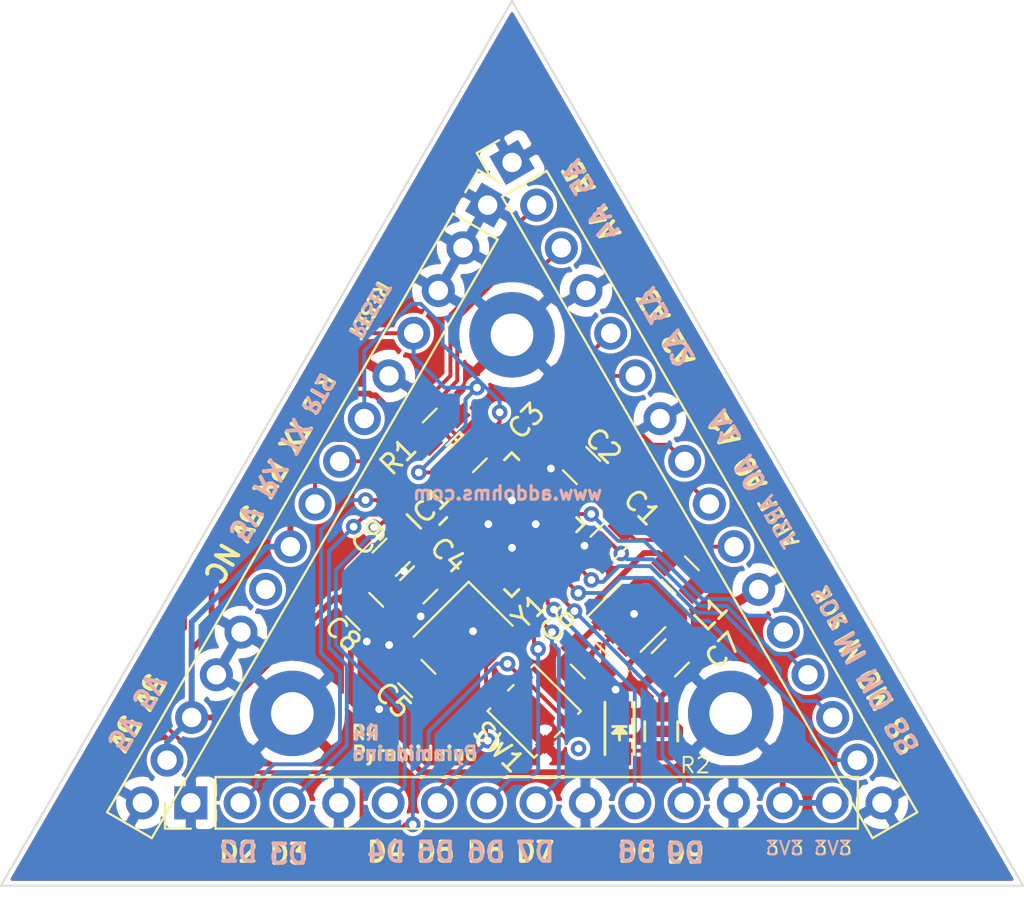
<source format=kicad_pcb>
(kicad_pcb (version 20240108) (generator "pcbnew") (generator_version "8.0")
  (layers (0 "F.Cu" signal) (31 "B.Cu" signal) (34 "B.Paste" user) (35 "F.Paste" user) (36 "B.SilkS" user "B.Silkscreen") (37 "F.SilkS" user "F.Silkscreen") (38 "B.Mask" user) (39 "F.Mask" user) (44 "Edge.Cuts" user))
  (net 0 "")
  (net 1 "Net-(C1-Pad1)")
  (net 2 "GND")
  (net 3 "/AREF")
  (net 4 "/RESET")
  (net 5 "/RTS")
  (net 6 "/X_P")
  (net 7 "/X_N")
  (net 8 "VCC")
  (net 9 "+3V3")
  (net 10 "/D3")
  (net 11 "/D4")
  (net 12 "/D5")
  (net 13 "/D6")
  (net 14 "/D7")
  (net 15 "/D8")
  (net 16 "/D9")
  (net 17 "/SS")
  (net 18 "/MOSI")
  (net 19 "/MISO")
  (net 20 "/SCK")
  (net 21 "/A0")
  (net 22 "/A1")
  (net 23 "/A2")
  (net 24 "/A3")
  (net 25 "/A4")
  (net 26 "/A5")
  (net 27 "/328-RX")
  (net 28 "/328-TX")
  (net 29 "/D2")
  (net 30 "Net-(D1-Pad2)")
  (footprint "Capacitors_SMD:C_0805" (layer "F.Cu") (at 131.318 112.268 -135)
    (property "Reference" "C1")
    (property "Value" "100nF")
  )
  (footprint "Capacitors_SMD:C_0805" (layer "F.Cu") (at 129.8956 108.3564 135)
    (property "Reference" "C2")
    (property "Value" "10nF")
  )
  (footprint "Capacitors_SMD:C_0805" (layer "F.Cu") (at 124.0536 107.7468 45)
    (property "Reference" "C3")
    (property "Value" "100nF")
  )
  (footprint "Capacitors_SMD:C_0805" (layer "F.Cu") (at 121.5136 114.5032 45)
    (property "Reference" "C4")
    (property "Value" "22pF")
  )
  (footprint "Capacitors_SMD:C_0805" (layer "F.Cu") (at 121.412 119.3292 -45)
    (property "Reference" "C5")
    (property "Value" "22pF")
  )
  (footprint "Capacitors_SMD:C_0805" (layer "F.Cu") (at 130.302 118.364 135)
    (property "Reference" "C6")
    (property "Value" "1uF")
  )
  (footprint "Capacitors_SMD:C_0805" (layer "F.Cu") (at 134.4676 118.2624 45)
    (property "Reference" "C7")
    (property "Value" "1uF")
  )
  (footprint "Capacitors_SMD:C_0805" (layer "F.Cu") (at 118.7196 115.8748 -45)
    (property "Reference" "C8")
    (property "Value" "1uF")
  )
  (footprint "Capacitors_SMD:C_0805" (layer "F.Cu") (at 120.0912 113.0808 -135)
    (property "Reference" "C9")
    (property "Value" "100nF")
  )
  (footprint "Capacitors_SMD:C_0805" (layer "F.Cu") (at 134.9756 113.9952 135)
    (property "Reference" "L1")
    (property "Value" "10uH")
  )
  (footprint "Pin_Headers:Pin_Header_Straight_1x16_Pitch2.54mm" (layer "F.Cu") (at 126.317 92.739 30)
    (property "Reference" "P1" (hide yes))
    (property "Value" "CONN_01X16")
  )
  (footprint "Pin_Headers:Pin_Header_Straight_1x15_Pitch2.54mm" (layer "F.Cu") (at 125.061 94.939 -30)
    (property "Reference" "P2" (hide yes))
    (property "Value" "CONN_01X14")
  )
  (footprint "Pin_Headers:Pin_Header_Straight_1x14_Pitch2.54mm" (layer "F.Cu") (at 109.776 125.735 90)
    (property "Reference" "P3" (hide yes))
    (property "Value" "CONN_01X14")
  )
  (footprint "Mounting_Holes:MountingHole_2.2mm_M2_Pad" (layer "F.Cu") (at 115.005 121.127)
    (property "Reference" "P4" (hide yes))
    (property "Value" "CONN_01X01")
  )
  (footprint "Mounting_Holes:MountingHole_2.2mm_M2_Pad" (layer "F.Cu") (at 137.578 121.127)
    (property "Reference" "P5" (hide yes))
    (property "Value" "CONN_01X01")
  )
  (footprint "Mounting_Holes:MountingHole_2.2mm_M2_Pad" (layer "F.Cu") (at 126.317 101.621)
    (property "Reference" "P6" (hide yes))
    (property "Value" "CONN_01X01")
  )
  (footprint "Capacitors_SMD:C_0805" (layer "F.Cu") (at 122.682 106.3752 45)
    (property "Reference" "R1")
    (property "Value" "100K")
  )
  (footprint "TO_SOT_Packages_SMD:SOT-23-5" (layer "F.Cu") (at 132.4356 116.1796 45)
    (property "Reference" "U1" (hide yes))
    (property "Value" "MIC5504-3.3YM5")
  )
  (footprint "My Libraries:FA238-4pin_3.2x2.5mm_Offset" (layer "F.Cu") (at 123.7996 116.8908 -135)
    (property "Reference" "Y1")
    (property "Value" "16M")
  )
  (footprint "My Libraries:QFN-32-1EP_5x5mm_Pitch0.5mm-GND" (layer "F.Cu") (at 126.3 111.4 45)
    (property "Reference" "IC1")
    (property "Value" "ATMEGA328-A")
  )
  (footprint "My Libraries:SW_SPST_PTS830" (layer "F.Cu") (at 127.4572 121.0056 135)
    (property "Reference" "SW1")
    (property "Value" "SW_PUSH")
  )
  (footprint "LEDs:LED_0805" (layer "F.Cu") (at 131.85 122.15098 -90)
    (property "Reference" "D1" (hide yes))
    (property "Value" "LED")
  )
  (footprint "Capacitors_SMD:C_0805" (layer "F.Cu") (at 134 122.05 -90)
    (property "Reference" "R2")
    (property "Value" "1k")
  )
  (gr_line (start 100 130) (end 152.633 130) (stroke (width 0.1)) (layer "Edge.Cuts"))
  (gr_line (start 152.633 130) (end 126.316 84.419) (stroke (width 0.1)) (layer "Edge.Cuts"))
  (gr_line (start 126.316 84.419) (end 100 130) (stroke (width 0.1)) (layer "Edge.Cuts"))
  (gr_text "A3" (at 133.604 100.1268 120) (layer "B.SilkS") (effects (font (size 1 1) (thickness 0.2)) (justify mirror)))
  (gr_text "SCK" (at 142.6972 115.6716 120) (layer "B.SilkS") (effects (font (size 0.8 0.8) (thickness 0.175)) (justify mirror)))
  (gr_text "A5" (at 129.7432 93.5228 120) (layer "B.SilkS") (effects (font (size 1 1) (thickness 0.2)) (justify mirror)))
  (gr_text "A2" (at 134.874 102.3112 120) (layer "B.SilkS") (effects (font (size 1 1) (thickness 0.2)) (justify mirror)))
  (gr_text "A1" (at 137.2616 106.426 120) (layer "B.SilkS") (effects (font (size 1 1) (thickness 0.2)) (justify mirror)))
  (gr_text "A0" (at 138.5824 108.7628 120) (layer "B.SilkS") (effects (font (size 1 1) (thickness 0.2)) (justify mirror)))
  (gr_text "AREF" (at 140.0556 111.252 120) (layer "B.SilkS") (effects (font (size 0.8 0.8)) (justify mirror)))
  (gr_text "MO" (at 145.034 119.888 120) (layer "B.SilkS") (effects (font (size 1 1) (thickness 0.2)) (justify mirror)))
  (gr_text "SS" (at 146.4056 122.2756 120) (layer "B.SilkS") (effects (font (size 1 1) (thickness 0.2)) (justify mirror)))
  (gr_text "A4" (at 131.064 95.8596 120) (layer "B.SilkS") (effects (font (size 1 1) (thickness 0.2)) (justify mirror)))
  (gr_text "MI" (at 143.764 117.7544 120) (layer "B.SilkS") (effects (font (size 1 1) (thickness 0.2)) (justify mirror)))
  (gr_text "3V3" (at 142.8496 128.0668 0) (layer "B.SilkS") (effects (font (size 0.7 0.7) (thickness 0.1)) (justify mirror)))
  (gr_text "3V3" (at 140.3604 128.0668 0) (layer "B.SilkS") (effects (font (size 0.7 0.7) (thickness 0.1)) (justify mirror)))
  (gr_text "D9" (at 135.2296 128.3208 0) (layer "B.SilkS") (effects (font (size 1 1) (thickness 0.2)) (justify mirror)))
  (gr_text "D8" (at 132.7404 128.27 0) (layer "B.SilkS") (effects (font (size 1 1) (thickness 0.2)) (justify mirror)))
  (gr_text "D7" (at 127.508 128.27 0) (layer "B.SilkS") (effects (font (size 1 1) (thickness 0.2)) (justify mirror)))
  (gr_text "D6" (at 124.968 128.27 0) (layer "B.SilkS") (effects (font (size 1 1) (thickness 0.2)) (justify mirror)))
  (gr_text "D5" (at 122.3772 128.27 0) (layer "B.SilkS") (effects (font (size 1 1) (thickness 0.2)) (justify mirror)))
  (gr_text "D4" (at 119.8372 128.27 0) (layer "B.SilkS") (effects (font (size 1 1) (thickness 0.2)) (justify mirror)))
  (gr_text "D3" (at 114.808 128.3716 0) (layer "B.SilkS") (effects (font (size 1 1) (thickness 0.2)) (justify mirror)))
  (gr_text "D2" (at 112.2172 128.27 0) (layer "B.SilkS") (effects (font (size 1 1) (thickness 0.2)) (justify mirror)))
  (gr_text "5V" (at 106.3244 122.1232 240) (layer "B.SilkS") (effects (font (size 1 1) (thickness 0.2)) (justify mirror)))
  (gr_text "5V" (at 107.5944 119.9896 240) (layer "B.SilkS") (effects (font (size 1 1) (thickness 0.2)) (justify mirror)))
  (gr_text "5V" (at 112.5728 111.3028 240) (layer "B.SilkS") (effects (font (size 1 1) (thickness 0.2)) (justify mirror)))
  (gr_text "RX" (at 113.8428 109.0168 240) (layer "B.SilkS") (effects (font (size 1 1) (thickness 0.2)) (justify mirror)))
  (gr_text "TX" (at 115.1128 106.8324 240) (layer "B.SilkS") (effects (font (size 1 1) (thickness 0.2)) (justify mirror)))
  (gr_text "RTS" (at 116.332 104.648 240) (layer "B.SilkS") (effects (font (size 0.8 0.8) (thickness 0.175)) (justify mirror)))
  (gr_text "RESET" (at 118.9736 100.33 240) (layer "B.SilkS") (effects (font (size 0.7 0.7) (thickness 0.16)) (justify mirror)))
  (gr_text "Pyramiduino" (at 121.3104 123.19 0) (layer "B.SilkS") (effects (font (size 0.7 0.7) (thickness 0.16)) (justify mirror)))
  (gr_text "R4" (at 118.8 122.15 0) (layer "B.SilkS") (effects (font (size 0.7 0.7) (thickness 0.16)) (justify mirror)))
  (gr_text "www.addohms.com" (at 126.0856 109.7788 0) (layer "B.SilkS") (effects (font (size 0.7 0.7) (thickness 0.16)) (justify mirror)))
  (gr_text "A4" (at 131.064 95.8596 120) (layer "F.SilkS") (effects (font (size 1 1) (thickness 0.2))))
  (gr_text "A2" (at 134.874 102.362 120) (layer "F.SilkS") (effects (font (size 1 1) (thickness 0.2))))
  (gr_text "A1" (at 137.2108 106.4768 120) (layer "F.SilkS") (effects (font (size 1 1) (thickness 0.2))))
  (gr_text "A0" (at 138.5824 108.7628 120) (layer "F.SilkS") (effects (font (size 1 1) (thickness 0.2))))
  (gr_text "MO" (at 145.034 119.888 120) (layer "F.SilkS") (effects (font (size 1 1) (thickness 0.2))))
  (gr_text "SS" (at 146.4056 122.2756 120) (layer "F.SilkS") (effects (font (size 1 1) (thickness 0.2))))
  (gr_text "AREF" (at 140.0556 111.252 120) (layer "F.SilkS") (effects (font (size 0.8 0.8))))
  (gr_text "3V3" (at 142.8496 128.0668 0) (layer "F.SilkS") (effects (font (size 0.7 0.7) (thickness 0.1))))
  (gr_text "3V3" (at 140.3604 128.0668 0) (layer "F.SilkS") (effects (font (size 0.7 0.7) (thickness 0.1))))
  (gr_text "D9" (at 135.2296 128.3208 0) (layer "F.SilkS") (effects (font (size 1 1) (thickness 0.2))))
  (gr_text "D8" (at 132.7404 128.27 0) (layer "F.SilkS") (effects (font (size 1 1) (thickness 0.2))))
  (gr_text "D7" (at 127.508 128.27 0) (layer "F.SilkS") (effects (font (size 1 1) (thickness 0.2))))
  (gr_text "D6" (at 124.968 128.27 0) (layer "F.SilkS") (effects (font (size 1 1) (thickness 0.2))))
  (gr_text "D5" (at 122.3772 128.27 0) (layer "F.SilkS") (effects (font (size 1 1) (thickness 0.2))))
  (gr_text "D4" (at 119.8372 128.27 0) (layer "F.SilkS") (effects (font (size 1 1) (thickness 0.2))))
  (gr_text "D3" (at 114.808 128.3716 0) (layer "F.SilkS") (effects (font (size 1 1) (thickness 0.2))))
  (gr_text "D2" (at 112.2172 128.27 0) (layer "F.SilkS") (effects (font (size 1 1) (thickness 0.2))))
  (gr_text "5V" (at 106.3244 122.1232 240) (layer "F.SilkS") (effects (font (size 1 1) (thickness 0.2))))
  (gr_text "5V" (at 107.5944 119.9896 240) (layer "F.SilkS") (effects (font (size 1 1) (thickness 0.2))))
  (gr_text "5V" (at 112.6236 111.3028 240) (layer "F.SilkS") (effects (font (size 1 1) (thickness 0.2))))
  (gr_text "RX" (at 113.8428 109.0168 240) (layer "F.SilkS") (effects (font (size 1 1) (thickness 0.2))))
  (gr_text "TX" (at 115.1128 106.8324 240) (layer "F.SilkS") (effects (font (size 1 1) (thickness 0.2))))
  (gr_text "RTS" (at 116.332 104.648 240) (layer "F.SilkS") (effects (font (size 0.8 0.8) (thickness 0.175))))
  (gr_text "RESET" (at 118.9736 100.33 240) (layer "F.SilkS") (effects (font (size 0.7 0.7) (thickness 0.16))))
  (gr_text "Pyramiduino" (at 121.3104 123.19 0) (layer "F.SilkS") (effects (font (size 0.7 0.7) (thickness 0.16))))
  (gr_text "A3" (at 133.604 100.1268 120) (layer "F.SilkS") (effects (font (size 1 1) (thickness 0.2))))
  (gr_text "SCK" (at 142.6972 115.6716 120) (layer "F.SilkS") (effects (font (size 0.8 0.8) (thickness 0.175))))
  (gr_text "MI" (at 143.764 117.7036 120) (layer "F.SilkS") (effects (font (size 1 1) (thickness 0.2))))
  (gr_text "R4" (at 118.75 122.1232 0) (layer "F.SilkS") (effects (font (size 0.7 0.7) (thickness 0.16))))
  (gr_text "NC" (at 111.3536 113.3856 240) (layer "F.SilkS") (effects (font (size 1 1) (thickness 0.2))))
  (gr_text "A5" (at 129.7432 93.5228 120) (layer "F.SilkS") (effects (font (size 1 1) (thickness 0.2))))
  (segment (start 129.527534 122.720334) (end 129.7432 122.936) (width 0.2) (layer "F.Cu") (net 0))
  (via (at 129.7432 122.936) (size 0.8) (drill 0.4) (layers "F.Cu" "B.Cu") (net 0))
  (segment (start 129.324367 110.1344) (end 128.89794 110.560827) (width 0.2) (layer "F.Cu") (net 1))
  (segment (start 130.598614 110.1344) (end 129.324367 110.1344) (width 0.2) (layer "F.Cu") (net 1))
  (segment (start 135.682707 113.394145) (end 134.48115 112.192588) (width 0.2) (layer "F.Cu") (net 1))
  (segment (start 132.025107 111.560893) (end 130.598614 110.1344) (width 0.2) (layer "F.Cu") (net 1))
  (segment (start 135.682707 114.702307) (end 135.682707 113.394145) (width 0.2) (layer "F.Cu") (net 1))
  (segment (start 134.48115 112.192588) (end 132.656802 112.192588) (width 0.2) (layer "F.Cu") (net 1))
  (segment (start 132.656802 112.192588) (end 132.025107 111.560893) (width 0.2) (layer "F.Cu") (net 1))
  (segment (start 127.536759 111.374) (end 126.317 112.593759) (width 0.2) (layer "F.Cu") (net 2))
  (segment (start 119.426707 116.581907) (end 119.426707 116.836186) (width 0.2) (layer "F.Cu") (net 2))
  (segment (start 130.610893 112.975107) (end 130.551907 112.975107) (width 0.2) (layer "F.Cu") (net 2))
  (segment (start 129.188493 107.649293) (end 129.180307 107.649293) (width 0.2) (layer "F.Cu") (net 2))
  (segment (start 124.3076 116.8908) (end 123.982443 116.8908) (width 0.2) (layer "F.Cu") (net 2))
  (segment (start 124.072614 112.566726) (end 124.072614 112.398627) (width 0.2) (layer "F.Cu") (net 2))
  (segment (start 131.85 120.1) (end 131.65 119.9) (width 0.2) (layer "F.Cu") (net 2))
  (segment (start 120.704893 118.622093) (end 120.704893 119.680707) (width 0.2) (layer "F.Cu") (net 2))
  (segment (start 131.009107 117.606093) (end 131.657783 116.957417) (width 0.2) (layer "F.Cu") (net 2))
  (segment (start 128.005208 122.720334) (end 125.742466 120.457592) (width 0.2) (layer "F.Cu") (net 2))
  (segment (start 127.183206 110.154241) (end 126.317 110.154241) (width 0.2) (layer "F.Cu") (net 2))
  (segment (start 131.657783 116.942217) (end 132.6 116) (width 0.2) (layer "F.Cu") (net 2))
  (segment (start 131.657783 116.957417) (end 131.657783 116.942217) (width 0.2) (layer "F.Cu") (net 2))
  (segment (start 130.551907 112.975107) (end 129.8956 112.3188) (width 0.2) (layer "F.Cu") (net 2))
  (segment (start 124.3076 116.8908) (end 124.930971 116.8908) (width 0.2) (layer "F.Cu") (net 2))
  (segment (start 123.810589 117.062654) (end 123.444903 117.062654) (width 0.2) (layer "F.Cu") (net 2))
  (segment (start 120.704893 118.317293) (end 119.9896 117.602) (width 0.2) (layer "F.Cu") (net 2))
  (segment (start 119.384093 113.787907) (end 120.747507 113.787907) (width 0.2) (layer "F.Cu") (net 2))
  (segment (start 119.426707 116.836186) (end 118.839577 117.423316) (width 0.2) (layer "F.Cu") (net 2))
  (segment (start 122.456097 117.102932) (end 122.456097 116.969697) (width 0.2) (layer "F.Cu") (net 2))
  (segment (start 131.009107 119.071107) (end 131.009107 117.606093) (width 0.2) (layer "F.Cu") (net 2))
  (segment (start 131.212307 117.402893) (end 131.657783 116.957417) (width 0.2) (layer "F.Cu") (net 2))
  (segment (start 122.456097 116.969697) (end 121.6152 116.1288) (width 0.2) (layer "F.Cu") (net 2))
  (segment (start 126.317 112.593759) (end 125.097241 111.374) (width 0.2) (layer "F.Cu") (net 2))
  (segment (start 124.072614 112.398627) (end 125.097241 111.374) (width 0.2) (layer "F.Cu") (net 2))
  (segment (start 126.317 110.154241) (end 127.536759 111.374) (width 0.2) (layer "F.Cu") (net 2))
  (segment (start 120.704893 118.622093) (end 120.704893 118.317293) (width 0.2) (layer "F.Cu") (net 2))
  (segment (start 120.747507 113.787907) (end 120.7516 113.792) (width 0.2) (layer "F.Cu") (net 2))
  (segment (start 129.180307 107.649293) (end 128.3208 108.5088) (width 0.2) (layer "F.Cu") (net 2))
  (segment (start 125.450794 112.593759) (end 126.317 112.593759) (width 0.2) (layer "F.Cu") (net 2))
  (segment (start 124.930971 116.8908) (end 125.143103 116.678668) (width 0.2) (layer "F.Cu") (net 2))
  (segment (start 131.85 121.10196) (end 131.85 120.1) (width 0.2) (layer "F.Cu") (net 2))
  (segment (start 120.704893 119.680707) (end 119.478531 120.907069) (width 0.2) (layer "F.Cu") (net 2))
  (segment (start 123.982443 116.8908) (end 123.810589 117.062654) (width 0.2) (layer "F.Cu") (net 2))
  (segment (start 123.404625 117.102932) (end 122.456097 117.102932) (width 0.2) (layer "F.Cu") (net 2))
  (segment (start 124.77972 113.273833) (end 125.459794 112.593759) (width 0.2) (layer "F.Cu") (net 2))
  (segment (start 127.83728 109.500167) (end 127.183206 110.154241) (width 0.2) (layer "F.Cu") (net 2))
  (segment (start 125.459794 112.593759) (end 126.317 112.593759) (width 0.2) (layer "F.Cu") (net 2))
  (segment (start 123.444903 117.062654) (end 123.404625 117.102932) (width 0.2) (layer "F.Cu") (net 2))
  (via (at 126.317 112.593759) (size 0.8) (drill 0.4) (layers "F.Cu" "B.Cu") (net 2))
  (via (at 131.65 119.9) (size 0.8) (drill 0.4) (layers "F.Cu" "B.Cu") (net 2))
  (via (at 132.6 116) (size 0.8) (drill 0.4) (layers "F.Cu" "B.Cu") (net 2))
  (via (at 119.9896 117.602) (size 0.8) (drill 0.4) (layers "F.Cu" "B.Cu") (net 2))
  (via (at 128.3208 108.5088) (size 0.8) (drill 0.4) (layers "F.Cu" "B.Cu") (net 2))
  (via (at 119.478531 120.907069) (size 0.8) (drill 0.4) (layers "F.Cu" "B.Cu") (net 2))
  (via (at 130.048 112.486019) (size 0.8) (drill 0.4) (layers "F.Cu" "B.Cu") (net 2))
  (via (at 118.839577 117.423316) (size 0.8) (drill 0.4) (layers "F.Cu" "B.Cu") (net 2))
  (via (at 121.6152 116.1288) (size 0.8) (drill 0.4) (layers "F.Cu" "B.Cu") (net 2))
  (via (at 127.536759 111.374) (size 0.8) (drill 0.4) (layers "F.Cu" "B.Cu") (net 2))
  (via (at 126.317 110.154241) (size 0.8) (drill 0.4) (layers "F.Cu" "B.Cu") (net 2))
  (via (at 125.097241 111.374) (size 0.8) (drill 0.4) (layers "F.Cu" "B.Cu") (net 2))
  (via (at 124.3076 116.8908) (size 0.8) (drill 0.4) (layers "F.Cu" "B.Cu") (net 2))
  (via (at 120.7516 113.792) (size 0.8) (drill 0.4) (layers "F.Cu" "B.Cu") (net 2))
  (segment (start 119.478531 120.907069) (end 119.1768 121.2088) (width 0.2) (layer "B.Cu") (net 2))
  (segment (start 131.65 119.9) (end 131.4 119.65) (width 0.2) (layer "B.Cu") (net 2))
  (segment (start 132.4 116.2) (end 132.2 116.2) (width 0.2) (layer "B.Cu") (net 2))
  (segment (start 129.8956 112.3188) (end 130.048 112.4712) (width 0.2) (layer "B.Cu") (net 2))
  (segment (start 130.048 112.4712) (end 130.048 112.486019) (width 0.2) (layer "B.Cu") (net 2))
  (segment (start 131.4 119.65) (end 131.3 119.65) (width 0.2) (layer "B.Cu") (net 2))
  (segment (start 132.6 116) (end 132.4 116.2) (width 0.2) (layer "B.Cu") (net 2))
  (segment (start 131.02697 109.498686) (end 133.368462 111.840178) (width 0.2) (layer "F.Cu") (net 3))
  (segment (start 130.602707 109.063507) (end 131.02697 109.48777) (width 0.2) (layer "F.Cu") (net 3))
  (segment (start 131.02697 109.48777) (end 131.02697 109.498686) (width 0.2) (layer "F.Cu") (net 3))
  (segment (start 133.368462 111.840178) (end 134.954178 111.840178) (width 0.2) (layer "F.Cu") (net 3))
  (segment (start 128.190833 109.85372) (end 128.981046 109.063507) (width 0.2) (layer "F.Cu") (net 3))
  (segment (start 128.981046 109.063507) (end 130.602707 109.063507) (width 0.2) (layer "F.Cu") (net 3))
  (segment (start 135.650341 112.536341) (end 137.747 112.536341) (width 0.2) (layer "F.Cu") (net 3))
  (segment (start 134.954178 111.840178) (end 135.650341 112.536341) (width 0.2) (layer "F.Cu") (net 3))
  (segment (start 107.442 118.7704) (end 109.474 116.7384) (width 0.2) (layer "F.Cu") (net 4))
  (segment (start 118.2116 124.1552) (end 118.5672 124.5108) (width 0.2) (layer "F.Cu") (net 4))
  (segment (start 123.346493 108.757046) (end 124.443167 109.85372) (width 0.2) (layer "F.Cu") (net 4))
  (segment (start 109.474 114.7572) (end 110.39559 113.83561) (width 0.2) (layer "F.Cu") (net 4))
  (segment (start 124.5108 104.3432) (end 123.92543 104.92857) (width 0.2) (layer "F.Cu") (net 4))
  (segment (start 115.6208 106.615311) (end 115.6208 104.394) (width 0.2) (layer "F.Cu") (net 4))
  (segment (start 129.171934 121.553608) (end 126.909192 119.290866) (width 0.2) (layer "F.Cu") (net 4))
  (segment (start 113.2332 109.002911) (end 115.6208 106.615311) (width 0.2) (layer "F.Cu") (net 4))
  (segment (start 110.873043 124.1552) (end 118.2116 124.1552) (width 0.2) (layer "F.Cu") (net 4))
  (segment (start 123.0884 108.712) (end 123.346493 108.453907) (width 0.2) (layer "F.Cu") (net 4))
  (segment (start 115.6208 104.394) (end 118.476686 101.538114) (width 0.2) (layer "F.Cu") (net 4))
  (segment (start 107.442 120.724157) (end 107.442 118.7704) (width 0.2) (layer "F.Cu") (net 4))
  (segment (start 123.346493 108.453907) (end 123.346493 108.757046) (width 0.2) (layer "F.Cu") (net 4))
  (segment (start 118.5672 126.6444) (end 119.0752 127.1524) (width 0.2) (layer "F.Cu") (net 4))
  (segment (start 119.0752 127.1524) (end 120.4976 127.1524) (width 0.2) (layer "F.Cu") (net 4))
  (segment (start 120.4976 127.1524) (end 120.8024 126.8476) (width 0.2) (layer "F.Cu") (net 4))
  (segment (start 126.809266 119.290866) (end 126.0856 118.5672) (width 0.2) (layer "F.Cu") (net 4))
  (segment (start 109.474 116.7384) (end 109.474 114.7572) (width 0.2) (layer "F.Cu") (net 4))
  (segment (start 120.8024 126.8476) (end 121.2088 126.8476) (width 0.2) (layer "F.Cu") (net 4))
  (segment (start 121.5136 108.712) (end 123.0884 108.712) (width 0.2) (layer "F.Cu") (net 4))
  (segment (start 118.476686 101.538114) (end 121.251 101.538114) (width 0.2) (layer "F.Cu") (net 4))
  (segment (start 110.39559 113.83561) (end 110.39559 112.87041) (width 0.2) (layer "F.Cu") (net 4))
  (segment (start 110.873043 124.1552) (end 107.442 120.724157) (width 0.2) (layer "F.Cu") (net 4))
  (segment (start 123.92543 105.13177) (end 123.389107 105.668093) (width 0.2) (layer "F.Cu") (net 4))
  (segment (start 126.909192 119.290866) (end 126.809266 119.290866) (width 0.2) (layer "F.Cu") (net 4))
  (segment (start 113.2332 110.0328) (end 113.2332 109.002911) (width 0.2) (layer "F.Cu") (net 4))
  (segment (start 123.92543 104.92857) (end 123.92543 105.13177) (width 0.2) (layer "F.Cu") (net 4))
  (segment (start 118.5672 124.5108) (end 118.5672 126.6444) (width 0.2) (layer "F.Cu") (net 4))
  (segment (start 110.39559 112.87041) (end 113.2332 110.0328) (width 0.2) (layer "F.Cu") (net 4))
  (via (at 126.0856 118.5672) (size 0.8) (drill 0.4) (layers "F.Cu" "B.Cu") (net 4))
  (via (at 121.5136 108.712) (size 0.8) (drill 0.4) (layers "F.Cu" "B.Cu") (net 4))
  (via (at 124.5108 104.3432) (size 0.8) (drill 0.4) (layers "F.Cu" "B.Cu") (net 4))
  (via (at 121.2088 126.8476) (size 0.8) (drill 0.4) (layers "F.Cu" "B.Cu") (net 4))
  (segment (start 121.2088 124.5616) (end 122.0216 123.7488) (width 0.2) (layer "B.Cu") (net 4))
  (segment (start 123.92543 106.30017) (end 123.92543 104.92857) (width 0.2) (layer "B.Cu") (net 4))
  (segment (start 122.854005 104.3432) (end 124.476503 104.3432) (width 0.2) (layer "B.Cu") (net 4))
  (segment (start 121.251 101.538114) (end 121.251 102.740195) (width 0.2) (layer "B.Cu") (net 4))
  (segment (start 122.0216 123.7488) (end 122.0216 122.065515) (width 0.2) (layer "B.Cu") (net 4))
  (segment (start 121.2088 126.8476) (end 121.2088 124.5616) (width 0.2) (layer "B.Cu") (net 4))
  (segment (start 126.0856 118.5672) (end 125.519915 118.5672) (width 0.2) (layer "B.Cu") (net 4))
  (segment (start 124.476503 104.3432) (end 124.493652 104.360349) (width 0.2) (layer "B.Cu") (net 4))
  (segment (start 123.92543 106.30017) (end 121.5136 108.712) (width 0.2) (layer "B.Cu") (net 4))
  (segment (start 121.251 102.740195) (end 122.854005 104.3432) (width 0.2) (layer "B.Cu") (net 4))
  (segment (start 123.92543 104.92857) (end 124.493651 104.360349) (width 0.2) (layer "B.Cu") (net 4))
  (segment (start 125.519915 118.5672) (end 122.0216 122.065515) (width 0.2) (layer "B.Cu") (net 4))
  (segment (start 125.6792 105.6132) (end 125.6792 106.1212) (width 0.2) (layer "F.Cu") (net 5))
  (segment (start 125.6792 106.1212) (end 124.760707 107.039693) (width 0.2) (layer "F.Cu") (net 5))
  (via (at 125.6792 105.6132) (size 0.8) (drill 0.4) (layers "F.Cu" "B.Cu") (net 5))
  (segment (start 121.6152 100.0252) (end 121.13236 100.0252) (width 0.2) (layer "B.Cu") (net 5))
  (segment (start 122.7328 101.1428) (end 121.6152 100.0252) (width 0.2) (layer "B.Cu") (net 5))
  (segment (start 122.7328 102.101115) (end 122.7328 101.1428) (width 0.2) (layer "B.Cu") (net 5))
  (segment (start 125.6792 105.6132) (end 125.6792 105.047515) (width 0.2) (layer "B.Cu") (net 5))
  (segment (start 121.13236 100.0252) (end 118.711 102.44656) (width 0.2) (layer "B.Cu") (net 5))
  (segment (start 118.711 102.44656) (end 118.711 105.937523) (width 0.2) (layer "B.Cu") (net 5))
  (segment (start 125.6792 105.047515) (end 122.7328 102.101115) (width 0.2) (layer "B.Cu") (net 5))
  (segment (start 122.220707 113.796093) (end 123.971911 115.547297) (width 0.2) (layer "F.Cu") (net 6))
  (segment (start 124.904767 114.554) (end 124.3584 114.554) (width 0.2) (layer "F.Cu") (net 6))
  (segment (start 123.1392 113.907479) (end 123.711879 113.907479) (width 0.2) (layer "F.Cu") (net 6))
  (segment (start 123.971911 115.547297) (end 124.011732 115.547297) (width 0.2) (layer "F.Cu") (net 6))
  (segment (start 123.711879 113.907479) (end 124.3584 114.554) (width 0.2) (layer "F.Cu") (net 6))
  (segment (start 123.027814 113.796093) (end 123.1392 113.907479) (width 0.2) (layer "F.Cu") (net 6))
  (segment (start 122.220707 113.796093) (end 123.027814 113.796093) (width 0.2) (layer "F.Cu") (net 6))
  (segment (start 125.503827 113.95494) (end 124.904767 114.554) (width 0.2) (layer "F.Cu") (net 6))
  (segment (start 126.4412 116.629851) (end 126.4412 116.7384) (width 0.2) (layer "F.Cu") (net 7))
  (segment (start 125.539184 114.643216) (end 125.222 114.9604) (width 0.2) (layer "F.Cu") (net 7))
  (segment (start 125.539184 114.62669) (end 125.539184 114.643216) (width 0.2) (layer "F.Cu") (net 7))
  (segment (start 125.222 114.9604) (end 125.222 115.410651) (width 0.2) (layer "F.Cu") (net 7))
  (segment (start 125.857381 114.308493) (end 125.539184 114.62669) (width 0.2) (layer "F.Cu") (net 7))
  (segment (start 124.945297 118.234303) (end 123.587468 118.234303) (width 0.2) (layer "F.Cu") (net 7))
  (segment (start 122.119107 120.036307) (end 123.587468 118.567946) (width 0.2) (layer "F.Cu") (net 7))
  (segment (start 126.4412 116.7384) (end 124.945297 118.234303) (width 0.2) (layer "F.Cu") (net 7))
  (segment (start 125.222 115.410651) (end 126.4412 116.629851) (width 0.2) (layer "F.Cu") (net 7))
  (segment (start 123.587468 118.567946) (end 123.587468 118.234303) (width 0.2) (layer "F.Cu") (net 7))
  (segment (start 124.443167 112.89428) (end 123.927857 113.40959) (width 0.3) (layer "F.Cu") (net 8))
  (segment (start 120.798307 112.373693) (end 121.075202 112.650588) (width 0.3) (layer "F.Cu") (net 8))
  (segment (start 123.8504 113.40959) (end 124.38521 113.9444) (width 0.3) (layer "F.Cu") (net 8))
  (segment (start 121.974893 107.082307) (end 121.462242 106.569656) (width 0.3) (layer "F.Cu") (net 8))
  (segment (start 133.84423 112.86383) (end 134.268493 113.288093) (width 0.3) (layer "F.Cu") (net 8))
  (segment (start 129.594893 117.656893) (end 129.614804 117.656893) (width 0.3) (layer "F.Cu") (net 8))
  (segment (start 130.7084 115.2652) (end 133.10977 112.86383) (width 0.3) (layer "F.Cu") (net 8))
  (segment (start 109.821 117.8138) (end 109.821 121.335454) (width 0.3) (layer "F.Cu") (net 8))
  (segment (start 123.927857 113.40959) (end 123.8504 113.40959) (width 0.3) (layer "F.Cu") (net 8))
  (segment (start 129.614804 117.656893) (end 130.986031 116.285666) (width 0.3) (layer "F.Cu") (net 8))
  (segment (start 119.4816 112.3188) (end 119.939358 111.861042) (width 0.3) (layer "F.Cu") (net 8))
  (segment (start 121.119135 106.569656) (end 119.287001 104.737522) (width 0.3) (layer "F.Cu") (net 8))
  (segment (start 111.023081 121.335454) (end 117.190842 115.167693) (width 0.3) (layer "F.Cu") (net 8))
  (segment (start 119.287001 104.737522) (end 119.063122 104.737522) (width 0.3) (layer "F.Cu") (net 8))
  (segment (start 118.0084 113.784728) (end 119.474328 112.3188) (width 0.3) (layer "F.Cu") (net 8))
  (segment (start 128.9304 118.321386) (end 129.594893 117.656893) (width 0.3) (layer "F.Cu") (net 8))
  (segment (start 133.10977 112.86383) (end 133.84423 112.86383) (width 0.3) (layer "F.Cu") (net 8))
  (segment (start 120.285656 111.861042) (end 120.798307 112.373693) (width 0.3) (layer "F.Cu") (net 8))
  (segment (start 119.474328 112.3188) (end 119.4816 112.3188) (width 0.3) (layer "F.Cu") (net 8))
  (segment (start 124.38521 113.9444) (end 124.80726 113.9444) (width 0.3) (layer "F.Cu") (net 8))
  (segment (start 114.901 112.536636) (end 114.901 109.821) (width 0.3) (layer "F.Cu") (net 8))
  (segment (start 118.012493 120.501693) (end 121.666 124.1552) (width 0.3) (layer "F.Cu") (net 8))
  (segment (start 128.9304 119.1768) (end 128.9304 118.321386) (width 0.3) (layer "F.Cu") (net 8))
  (segment (start 121.3612 112.9284) (end 121.709528 112.9284) (width 0.3) (layer "F.Cu") (net 8))
  (segment (start 110.8456 113.5888) (end 110.8456 116.7892) (width 0.3) (layer "F.Cu") (net 8))
  (segment (start 118.012493 114.360586) (end 118.0084 114.356493) (width 0.3) (layer "F.Cu") (net 8))
  (segment (start 121.075202 112.650588) (end 121.083388 112.650588) (width 0.3) (layer "F.Cu") (net 8))
  (segment (start 114.7572 109.6772) (end 110.8456 113.5888) (width 0.3) (layer "F.Cu") (net 8))
  (segment (start 119.939358 111.861042) (end 120.285656 111.861042) (width 0.3) (layer "F.Cu") (net 8))
  (segment (start 124.832077 113.919583) (end 125.150274 113.601386) (width 0.3) (layer "F.Cu") (net 8))
  (segment (start 130.7084 115.778224) (end 130.7084 115.2652) (width 0.3) (layer "F.Cu") (net 8))
  (segment (start 118.012493 115.167693) (end 118.012493 114.360586) (width 0.3) (layer "F.Cu") (net 8))
  (segment (start 117.205386 115.167693) (end 118.012493 115.167693) (width 0.3) (layer "F.Cu") (net 8))
  (segment (start 124.80726 113.9444) (end 124.832077 113.919583) (width 0.3) (layer "F.Cu") (net 8))
  (segment (start 109.821 121.335454) (end 111.023081 121.335454) (width 0.3) (layer "F.Cu") (net 8))
  (segment (start 121.083388 112.650588) (end 121.3612 112.9284) (width 0.3) (layer "F.Cu") (net 8))
  (segment (start 129.634002 124.1552) (end 130.7084 123.080802) (width 0.3) (layer "F.Cu") (net 8))
  (segment (start 118.224521 104.648) (end 114.7572 108.115321) (width 0.3) (layer "F.Cu") (net 8))
  (segment (start 122.2773 112.650588) (end 122.972795 113.346083) (width 0.3) (layer "F.Cu") (net 8))
  (segment (start 130.7084 123.080802) (end 130.7084 120.9548) (width 0.3) (layer "F.Cu") (net 8))
  (segment (start 130.685512 115.801112) (end 130.7084 115.778224) (width 0.3) (layer "F.Cu") (net 8))
  (segment (start 130.685512 115.985147) (end 130.685512 115.801112) (width 0.3) (layer "F.Cu") (net 8))
  (segment (start 123.786893 113.346083) (end 123.8504 113.40959) (width 0.3) (layer "F.Cu") (net 8))
  (segment (start 121.98734 112.650588) (end 122.2773 112.650588) (width 0.3) (layer "F.Cu") (net 8))
  (segment (start 121.666 124.1552) (end 129.634002 124.1552) (width 0.3) (layer "F.Cu") (net 8))
  (segment (start 114.901 109.821) (end 114.7572 109.6772) (width 0.3) (layer "F.Cu") (net 8))
  (segment (start 117.190842 115.167693) (end 117.205386 115.167693) (width 0.3) (layer "F.Cu") (net 8))
  (segment (start 114.7572 108.115321) (end 114.7572 109.6772) (width 0.3) (layer "F.Cu") (net 8))
  (segment (start 121.709528 112.9284) (end 121.98734 112.650588) (width 0.3) (layer "F.Cu") (net 8))
  (segment (start 118.012493 115.167693) (end 118.012493 120.501693) (width 0.3) (layer "F.Cu") (net 8))
  (segment (start 110.8456 116.7892) (end 109.821 117.8138) (width 0.3) (layer "F.Cu") (net 8))
  (segment (start 118.9736 104.648) (end 118.224521 104.648) (width 0.3) (layer "F.Cu") (net 8))
  (segment (start 122.972795 113.346083) (end 123.786893 113.346083) (width 0.3) (layer "F.Cu") (net 8))
  (segment (start 118.0084 114.356493) (end 118.0084 113.784728) (width 0.3) (layer "F.Cu") (net 8))
  (segment (start 119.063122 104.737522) (end 118.9736 104.648) (width 0.3) (layer "F.Cu") (net 8))
  (segment (start 130.7084 120.9548) (end 128.9304 119.1768) (width 0.3) (layer "F.Cu") (net 8))
  (segment (start 121.462242 106.569656) (end 121.119135 106.569656) (width 0.3) (layer "F.Cu") (net 8))
  (segment (start 130.986031 116.285666) (end 130.685512 115.985147) (width 0.3) (layer "F.Cu") (net 8))
  (segment (start 108.551 122.605454) (end 109.821 121.335454) (width 0.3) (layer "B.Cu") (net 8))
  (segment (start 109.821 116.414555) (end 113.698919 112.536636) (width 0.3) (layer "B.Cu") (net 8))
  (segment (start 108.551 123.535159) (end 108.551 122.605454) (width 0.3) (layer "B.Cu") (net 8))
  (segment (start 109.821 121.335454) (end 109.821 116.414555) (width 0.3) (layer "B.Cu") (net 8))
  (segment (start 113.698919 112.536636) (end 114.901 112.536636) (width 0.3) (layer "B.Cu") (net 8))
  (segment (start 132.541666 114.730031) (end 132.987142 114.284555) (width 0.3) (layer "F.Cu") (net 9))
  (segment (start 139.7508 123.952) (end 140.256 124.4572) (width 0.3) (layer "F.Cu") (net 9))
  (segment (start 134.975001 121.900001) (end 134.975001 122.732201) (width 0.3) (layer "F.Cu") (net 9))
  (segment (start 135.687358 118.922242) (end 134.7216 119.888) (width 0.3) (layer "F.Cu") (net 9))
  (segment (start 135.174707 116.043017) (end 135.174707 117.555293) (width 0.3) (layer "F.Cu") (net 9))
  (segment (start 134 121.05) (end 134.125 121.05) (width 0.3) (layer "F.Cu") (net 9))
  (segment (start 133.416245 114.284555) (end 135.174707 116.043017) (width 0.3) (layer "F.Cu") (net 9))
  (segment (start 132.987142 114.284555) (end 133.416245 114.284555) (width 0.3) (layer "F.Cu") (net 9))
  (segment (start 140.256 124.4572) (end 140.256 125.735) (width 0.3) (layer "F.Cu") (net 9))
  (segment (start 134.7216 119.888) (end 134.362 119.888) (width 0.3) (layer "F.Cu") (net 9))
  (segment (start 135.687358 118.067944) (end 135.687358 118.922242) (width 0.3) (layer "F.Cu") (net 9))
  (segment (start 134.362 119.888) (end 134 120.25) (width 0.3) (layer "F.Cu") (net 9))
  (segment (start 134 120.25) (end 134 121.05) (width 0.3) (layer "F.Cu") (net 9))
  (segment (start 134.125 121.05) (end 134.975001 121.900001) (width 0.3) (layer "F.Cu") (net 9))
  (segment (start 136.1948 123.952) (end 139.7508 123.952) (width 0.3) (layer "F.Cu") (net 9))
  (segment (start 134.975001 122.732201) (end 136.1948 123.952) (width 0.3) (layer "F.Cu") (net 9))
  (segment (start 135.174707 117.555293) (end 135.687358 118.067944) (width 0.3) (layer "F.Cu") (net 9))
  (segment (start 142.796 125.735) (end 140.256 125.735) (width 0.3) (layer "B.Cu") (net 9))
  (segment (start 118.784732 110.882068) (end 118.1608 111.506) (width 0.2) (layer "F.Cu") (net 10))
  (segment (start 122.430956 110.882068) (end 118.784732 110.882068) (width 0.2) (layer "F.Cu") (net 10))
  (segment (start 123.382507 111.833619) (end 122.430956 110.882068) (width 0.2) (layer "F.Cu") (net 10))
  (via (at 118.1608 111.506) (size 0.8) (drill 0.4) (layers "F.Cu" "B.Cu") (net 10))
  (segment (start 114.856 125.735) (end 115.705999 124.885001) (width 0.2) (layer "B.Cu") (net 10))
  (segment (start 117.809811 118.663794) (end 116.89399 117.747973) (width 0.2) (layer "B.Cu") (net 10))
  (segment (start 116.89399 112.77281) (end 118.1608 111.506) (width 0.2) (layer "B.Cu") (net 10))
  (segment (start 115.705999 124.882801) (end 117.809811 122.778989) (width 0.2) (layer "B.Cu") (net 10))
  (segment (start 115.705999 124.885001) (end 115.705999 124.882801) (width 0.2) (layer "B.Cu") (net 10))
  (segment (start 116.89399 117.747973) (end 116.89399 112.77281) (width 0.2) (layer "B.Cu") (net 10))
  (segment (start 117.809811 122.778989) (end 117.809811 118.663794) (width 0.2) (layer "B.Cu") (net 10))
  (segment (start 119.402331 111.534469) (end 119.205269 111.534469) (width 0.2) (layer "F.Cu") (net 11))
  (segment (start 123.73606 112.187173) (end 123.300394 112.622839) (width 0.2) (layer "F.Cu") (net 11))
  (segment (start 122.885961 112.622839) (end 121.54131 111.278188) (width 0.2) (layer "F.Cu") (net 11))
  (segment (start 123.300394 112.622839) (end 122.885961 112.622839) (width 0.2) (layer "F.Cu") (net 11))
  (segment (start 121.54131 111.278188) (end 119.658612 111.278188) (width 0.2) (layer "F.Cu") (net 11))
  (segment (start 119.658612 111.278188) (end 119.402331 111.534469) (width 0.2) (layer "F.Cu") (net 11))
  (via (at 119.205269 111.534469) (size 0.8) (drill 0.4) (layers "F.Cu" "B.Cu") (net 11))
  (segment (start 117.2464 117.602) (end 117.2464 113.7412) (width 0.2) (layer "B.Cu") (net 11))
  (segment (start 119.1624 112.0376) (end 119.2 112) (width 0.2) (layer "B.Cu") (net 11))
  (segment (start 119.205269 111.534469) (end 119.205269 111.782331) (width 0.2) (layer "B.Cu") (net 11))
  (segment (start 117.2464 113.7412) (end 118.95 112.0376) (width 0.2) (layer "B.Cu") (net 11))
  (segment (start 119.936 125.735) (end 120.785999 124.885001) (width 0.2) (layer "B.Cu") (net 11))
  (segment (start 120.785999 121.141599) (end 117.2464 117.602) (width 0.2) (layer "B.Cu") (net 11))
  (segment (start 118.95 112.0376) (end 119.1624 112.0376) (width 0.2) (layer "B.Cu") (net 11))
  (segment (start 120.785999 124.885001) (end 120.785999 121.141599) (width 0.2) (layer "B.Cu") (net 11))
  (segment (start 124.977404 122.437404) (end 124.977404 118.709842) (width 0.2) (layer "F.Cu") (net 12))
  (segment (start 127.007999 114.81665) (end 126.776619 114.58527) (width 0.2) (layer "F.Cu") (net 12))
  (segment (start 124.977404 118.709842) (end 127.007999 116.679247) (width 0.2) (layer "F.Cu") (net 12))
  (segment (start 126.776619 114.58527) (end 126.776619 114.308493) (width 0.2) (layer "F.Cu") (net 12))
  (segment (start 125.0696 122.5296) (end 124.977404 122.437404) (width 0.2) (layer "F.Cu") (net 12))
  (segment (start 127.007999 116.679247) (end 127.007999 114.81665) (width 0.2) (layer "F.Cu") (net 12))
  (via (at 125.0696 122.5296) (size 0.8) (drill 0.4) (layers "F.Cu" "B.Cu") (net 12))
  (segment (start 125.0696 122.5296) (end 122.476 125.1232) (width 0.2) (layer "B.Cu") (net 12))
  (segment (start 122.476 125.1232) (end 122.476 125.735) (width 0.2) (layer "B.Cu") (net 12))
  (segment (start 127.44837 117.59317) (end 127.6604 117.8052) (width 0.2) (layer "F.Cu") (net 13))
  (segment (start 127.44837 114.273137) (end 127.44837 117.59317) (width 0.2) (layer "F.Cu") (net 13))
  (segment (start 127.130173 113.95494) (end 127.44837 114.273137) (width 0.2) (layer "F.Cu") (net 13))
  (via (at 127.6604 117.8052) (size 0.8) (drill 0.4) (layers "F.Cu" "B.Cu") (net 13))
  (segment (start 126.2402 124.5108) (end 125.016 125.735) (width 0.2) (layer "B.Cu") (net 13))
  (segment (start 127.6604 117.8052) (end 127.6604 124.0536) (width 0.2) (layer "B.Cu") (net 13))
  (segment (start 127.2032 124.5108) (end 126.2402 124.5108) (width 0.2) (layer "B.Cu") (net 13))
  (segment (start 127.6604 124.0536) (end 127.2032 124.5108) (width 0.2) (layer "B.Cu") (net 13))
  (segment (start 127.872707 116.442707) (end 128.3716 116.9416) (width 0.2) (layer "F.Cu") (net 14))
  (segment (start 127.483726 113.601386) (end 127.801923 113.919583) (width 0.2) (layer "F.Cu") (net 14))
  (segment (start 127.801923 113.919583) (end 127.801923 116.442707) (width 0.2) (layer "F.Cu") (net 14))
  (segment (start 127.801923 116.442707) (end 127.872707 116.442707) (width 0.2) (layer "F.Cu") (net 14))
  (via (at 128.3716 116.9416) (size 0.8) (drill 0.4) (layers "F.Cu" "B.Cu") (net 14))
  (segment (start 127.762 125.529) (end 127.556 125.735) (width 0.2) (layer "B.Cu") (net 14))
  (segment (start 128.7272 124.5638) (end 127.556 125.735) (width 0.2) (layer "B.Cu") (net 14))
  (segment (start 128.3716 116.9416) (end 128.3716 117.507285) (width 0.2) (layer "B.Cu") (net 14))
  (segment (start 128.3716 117.507285) (end 128.7272 117.862885) (width 0.2) (layer "B.Cu") (net 14))
  (segment (start 128.7272 117.862885) (end 128.7272 124.5638) (width 0.2) (layer "B.Cu") (net 14))
  (segment (start 128.155477 115.455477) (end 128.4732 115.7732) (width 0.2) (layer "F.Cu") (net 15))
  (segment (start 128.155477 113.56603) (end 128.155477 115.455477) (width 0.2) (layer "F.Cu") (net 15))
  (segment (start 127.83728 113.247833) (end 128.155477 113.56603) (width 0.2) (layer "F.Cu") (net 15))
  (via (at 128.4732 115.7732) (size 0.8) (drill 0.4) (layers "F.Cu" "B.Cu") (net 15))
  (segment (start 132.636 119.936) (end 132.636 125.735) (width 0.2) (layer "B.Cu") (net 15))
  (segment (start 128.4732 115.7732) (end 132.636 119.936) (width 0.2) (layer "B.Cu") (net 15))
  (segment (start 128.50903 113.212477) (end 128.50903 114.830014) (width 0.2) (layer "F.Cu") (net 16))
  (segment (start 128.190833 112.89428) (end 128.50903 113.212477) (width 0.2) (layer "F.Cu") (net 16))
  (segment (start 128.50903 114.830014) (end 129.533557 115.854541) (width 0.2) (layer "F.Cu") (net 16))
  (via (at 129.533557 115.854541) (size 0.8) (drill 0.4) (layers "F.Cu" "B.Cu") (net 16))
  (segment (start 134.0612 120.382184) (end 134.0612 123.3424) (width 0.2) (layer "B.Cu") (net 16))
  (segment (start 129.533557 115.854541) (end 134.0612 120.382184) (width 0.2) (layer "B.Cu") (net 16))
  (segment (start 134.0612 123.3424) (end 135.176 124.4572) (width 0.2) (layer "B.Cu") (net 16))
  (segment (start 135.176 124.4572) (end 135.176 125.735) (width 0.2) (layer "B.Cu") (net 16))
  (segment (start 143.781463 123.8504) (end 144.097 123.534863) (width 0.2) (layer "F.Cu") (net 17))
  (segment (start 128.544386 112.540726) (end 128.862583 112.858923) (width 0.2) (layer "F.Cu") (net 17))
  (segment (start 128.862583 112.858923) (end 128.862583 114.055083) (width 0.2) (layer "F.Cu") (net 17))
  (segment (start 128.862583 114.055083) (end 129.73015 114.92265) (width 0.2) (layer "F.Cu") (net 17))
  (via (at 129.73015 114.92265) (size 0.8) (drill 0.4) (layers "F.Cu" "B.Cu") (net 17))
  (segment (start 133.54042 114.1476) (end 135.748799 116.355979) (width 0.2) (layer "B.Cu") (net 17))
  (segment (start 131.8768 114.1476) (end 133.54042 114.1476) (width 0.2) (layer "B.Cu") (net 17))
  (segment (start 141.724599 122.364543) (end 142.894919 123.534863) (width 0.2) (layer "B.Cu") (net 17))
  (segment (start 142.894919 123.534863) (end 144.097 123.534863) (width 0.2) (layer "B.Cu") (net 17))
  (segment (start 141.724599 121.644045) (end 141.724599 122.364543) (width 0.2) (layer "B.Cu") (net 17))
  (segment (start 131.10175 114.92265) (end 131.8768 114.1476) (width 0.2) (layer "B.Cu") (net 17))
  (segment (start 136.436533 116.355979) (end 141.724599 121.644045) (width 0.2) (layer "B.Cu") (net 17))
  (segment (start 129.73015 114.92265) (end 131.10175 114.92265) (width 0.2) (layer "B.Cu") (net 17))
  (segment (start 135.748799 116.355979) (end 136.436533 116.355979) (width 0.2) (layer "B.Cu") (net 17))
  (segment (start 129.3876 113.2332) (end 129.3876 112.676833) (width 0.2) (layer "F.Cu") (net 18))
  (segment (start 129.3876 112.676833) (end 128.89794 112.187173) (width 0.2) (layer "F.Cu") (net 18))
  (segment (start 130.4036 114.2492) (end 129.3876 113.2332) (width 0.2) (layer "F.Cu") (net 18))
  (via (at 130.4036 114.2492) (size 0.8) (drill 0.4) (layers "F.Cu" "B.Cu") (net 18))
  (segment (start 137.222463 115.936799) (end 135.828001 115.936799) (width 0.2) (layer "B.Cu") (net 18))
  (segment (start 140.106632 119.31664) (end 141.275152 120.48516) (width 0.2) (layer "B.Cu") (net 18))
  (segment (start 133.429202 113.538) (end 131.826 113.538) (width 0.2) (layer "B.Cu") (net 18))
  (segment (start 135.828001 115.936799) (end 133.429202 113.538) (width 0.2) (layer "B.Cu") (net 18))
  (segment (start 140.106632 118.820968) (end 140.106632 119.31664) (width 0.2) (layer "B.Cu") (net 18))
  (segment (start 131.826 113.538) (end 131.0132 114.3508) (width 0.2) (layer "B.Cu") (net 18))
  (segment (start 130.5052 114.3508) (end 130.4036 114.2492) (width 0.2) (layer "B.Cu") (net 18))
  (segment (start 140.106632 118.820968) (end 137.222463 115.936799) (width 0.2) (layer "B.Cu") (net 18))
  (segment (start 141.977001 120.48516) (end 142.827 121.335159) (width 0.2) (layer "B.Cu") (net 18))
  (segment (start 131.0132 114.3508) (end 130.5052 114.3508) (width 0.2) (layer "B.Cu") (net 18))
  (segment (start 141.275152 120.48516) (end 141.977001 120.48516) (width 0.2) (layer "B.Cu") (net 18))
  (segment (start 129.251493 111.833619) (end 130.883619 111.833619) (width 0.2) (layer "F.Cu") (net 19))
  (segment (start 130.883619 111.833619) (end 131.9784 112.9284) (width 0.2) (layer "F.Cu") (net 19))
  (via (at 131.941119 112.8856) (size 0.8) (drill 0.4) (layers "F.Cu" "B.Cu") (net 19))
  (segment (start 132.23559 113.18559) (end 133.575175 113.18559) (width 0.2) (layer "B.Cu") (net 19))
  (segment (start 131.9784 112.9284) (end 132.23559 113.18559) (width 0.2) (layer "B.Cu") (net 19))
  (segment (start 137.368436 115.584389) (end 139.843247 118.0592) (width 0.2) (layer "B.Cu") (net 19))
  (segment (start 139.843247 118.0592) (end 140.480746 118.0592) (width 0.2) (layer "B.Cu") (net 19))
  (segment (start 140.480746 118.0592) (end 141.557 119.135454) (width 0.2) (layer "B.Cu") (net 19))
  (segment (start 135.973973 115.584389) (end 137.368436 115.584389) (width 0.2) (layer "B.Cu") (net 19))
  (segment (start 133.575175 113.18559) (end 135.973973 115.584389) (width 0.2) (layer "B.Cu") (net 19))
  (segment (start 129.312064 110.85381) (end 129.251493 110.914381) (width 0.2) (layer "F.Cu") (net 20))
  (segment (start 130.39539 110.85381) (end 129.312064 110.85381) (width 0.2) (layer "F.Cu") (net 20))
  (via (at 130.39539 110.85381) (size 0.8) (drill 0.4) (layers "F.Cu" "B.Cu") (net 20))
  (segment (start 131.774779 112.233199) (end 130.39539 110.85381) (width 0.2) (layer "B.Cu") (net 20))
  (segment (start 133.121165 112.233199) (end 132.254272 112.233199) (width 0.2) (layer "B.Cu") (net 20))
  (segment (start 133.511566 112.6236) (end 133.121165 112.233199) (width 0.2) (layer "B.Cu") (net 20))
  (segment (start 140.287 116.93575) (end 139.437001 116.085751) (width 0.2) (layer "B.Cu") (net 20))
  (segment (start 139.437001 116.085751) (end 138.36818 116.085751) (width 0.2) (layer "B.Cu") (net 20))
  (segment (start 138.36818 116.085751) (end 137.514409 115.231979) (width 0.2) (layer "B.Cu") (net 20))
  (segment (start 136.119945 115.231979) (end 133.511566 112.6236) (width 0.2) (layer "B.Cu") (net 20))
  (segment (start 137.514409 115.231979) (end 136.119945 115.231979) (width 0.2) (layer "B.Cu") (net 20))
  (segment (start 132.254272 112.233199) (end 131.774779 112.233199) (width 0.2) (layer "B.Cu") (net 20))
  (segment (start 134.886637 109.486637) (end 135.627001 109.486637) (width 0.2) (layer "F.Cu") (net 21))
  (segment (start 127.130173 108.79306) (end 127.44837 108.474863) (width 0.2) (layer "F.Cu") (net 21))
  (segment (start 129.172328 106.601388) (end 132.001388 106.601388) (width 0.2) (layer "F.Cu") (net 21))
  (segment (start 135.627001 109.486637) (end 136.477 110.336636) (width 0.2) (layer "F.Cu") (net 21))
  (segment (start 127.44837 108.325346) (end 129.172328 106.601388) (width 0.2) (layer "F.Cu") (net 21))
  (segment (start 132.001388 106.601388) (end 134.886637 109.486637) (width 0.2) (layer "F.Cu") (net 21))
  (segment (start 127.44837 108.474863) (end 127.44837 108.325346) (width 0.2) (layer "F.Cu") (net 21))
  (segment (start 134.357001 107.286933) (end 135.207 108.136932) (width 0.2) (layer "F.Cu") (net 22))
  (segment (start 126.776619 108.439507) (end 130.415726 104.8004) (width 0.2) (layer "F.Cu") (net 22))
  (segment (start 130.415726 104.8004) (end 131.064 104.8004) (width 0.2) (layer "F.Cu") (net 22))
  (segment (start 133.550533 107.286933) (end 134.357001 107.286933) (width 0.2) (layer "F.Cu") (net 22))
  (segment (start 131.064 104.8004) (end 133.550533 107.286933) (width 0.2) (layer "F.Cu") (net 22))
  (segment (start 131.464919 103.737523) (end 132.667 103.737523) (width 0.2) (layer "F.Cu") (net 23))
  (segment (start 125.857381 108.16273) (end 130.282588 103.737523) (width 0.2) (layer "F.Cu") (net 23))
  (segment (start 130.282588 103.737523) (end 131.464919 103.737523) (width 0.2) (layer "F.Cu") (net 23))
  (segment (start 125.857381 108.439507) (end 125.857381 108.16273) (width 0.2) (layer "F.Cu") (net 23))
  (segment (start 125.18563 108.474863) (end 125.18563 107.93557) (width 0.2) (layer "F.Cu") (net 24))
  (segment (start 130.547001 102.574199) (end 130.547001 102.387817) (width 0.2) (layer "F.Cu") (net 24))
  (segment (start 130.547001 102.387817) (end 131.397 101.537818) (width 0.2) (layer "F.Cu") (net 24))
  (segment (start 125.503827 108.79306) (end 125.18563 108.474863) (width 0.2) (layer "F.Cu") (net 24))
  (segment (start 125.18563 107.93557) (end 130.547001 102.574199) (width 0.2) (layer "F.Cu") (net 24))
  (segment (start 122.341202 105.684258) (end 122.341202 105.141198) (width 0.2) (layer "F.Cu") (net 25))
  (segment (start 125.150274 109.146614) (end 124.832077 108.828417) (width 0.2) (layer "F.Cu") (net 25))
  (segment (start 127.189409 98.806) (end 128.857 97.138409) (width 0.2) (layer "F.Cu") (net 25))
  (segment (start 122.341202 105.141198) (end 123.4948 103.9876) (width 0.2) (layer "F.Cu") (net 25))
  (segment (start 125.502446 98.806) (end 127.189409 98.806) (width 0.2) (layer "F.Cu") (net 25))
  (segment (start 123.4948 100.813646) (end 125.502446 98.806) (width 0.2) (layer "F.Cu") (net 25))
  (segment (start 124.832077 108.175133) (end 122.341202 105.684258) (width 0.2) (layer "F.Cu") (net 25))
  (segment (start 124.832077 108.828417) (end 124.832077 108.175133) (width 0.2) (layer "F.Cu") (net 25))
  (segment (start 123.4948 103.9876) (end 123.4948 100.813646) (width 0.2) (layer "F.Cu") (net 25))
  (segment (start 121.988792 104.884008) (end 121.988792 105.830231) (width 0.2) (layer "F.Cu") (net 26))
  (segment (start 123.444 107.285438) (end 123.444 107.3404) (width 0.2) (layer "F.Cu") (net 26))
  (segment (start 126.737001 96.986199) (end 123.14239 100.58081) (width 0.2) (layer "F.Cu") (net 26))
  (segment (start 124.394398 108.290798) (end 124.394398 109.097845) (width 0.2) (layer "F.Cu") (net 26))
  (segment (start 123.444 107.3404) (end 124.394398 108.290798) (width 0.2) (layer "F.Cu") (net 26))
  (segment (start 123.14239 103.73041) (end 121.988792 104.884008) (width 0.2) (layer "F.Cu") (net 26))
  (segment (start 127.587 94.938705) (end 126.737001 95.788704) (width 0.2) (layer "F.Cu") (net 26))
  (segment (start 126.737001 95.788704) (end 126.737001 96.986199) (width 0.2) (layer "F.Cu") (net 26))
  (segment (start 124.394398 109.097845) (end 124.79672 109.500167) (width 0.2) (layer "F.Cu") (net 26))
  (segment (start 123.14239 100.58081) (end 123.14239 103.73041) (width 0.2) (layer "F.Cu") (net 26))
  (segment (start 121.988792 105.830231) (end 123.444 107.285438) (width 0.2) (layer "F.Cu") (net 26))
  (segment (start 116.171 107.775673) (end 116.911847 107.034826) (width 0.2) (layer "F.Cu") (net 27))
  (segment (start 118.039062 107.034826) (end 120.532226 109.52799) (width 0.2) (layer "F.Cu") (net 27))
  (segment (start 123.41033 109.52799) (end 123.771417 109.889077) (width 0.2) (layer "F.Cu") (net 27))
  (segment (start 120.532226 109.52799) (end 123.41033 109.52799) (width 0.2) (layer "F.Cu") (net 27))
  (segment (start 116.171 110.336932) (end 116.171 107.775673) (width 0.2) (layer "F.Cu") (net 27))
  (segment (start 116.911847 107.034826) (end 118.039062 107.034826) (width 0.2) (layer "F.Cu") (net 27))
  (segment (start 123.771417 109.889077) (end 124.089614 110.207274) (width 0.2) (layer "F.Cu") (net 27))
  (segment (start 117.441 108.137227) (end 118.643081 108.137227) (width 0.2) (layer "F.Cu") (net 28))
  (segment (start 118.643081 108.137227) (end 120.386254 109.8804) (width 0.2) (layer "F.Cu") (net 28))
  (segment (start 123.055633 109.8804) (end 123.73606 110.560827) (width 0.2) (layer "F.Cu") (net 28))
  (segment (start 120.386254 109.8804) (end 123.055633 109.8804) (width 0.2) (layer "F.Cu") (net 28))
  (segment (start 122.805726 110.3376) (end 123.382507 110.914381) (width 0.2) (layer "F.Cu") (net 29))
  (segment (start 118.7704 110.1344) (end 119.336085 110.1344) (width 0.2) (layer "F.Cu") (net 29))
  (segment (start 119.336085 110.1344) (end 119.539285 110.3376) (width 0.2) (layer "F.Cu") (net 29))
  (segment (start 119.539285 110.3376) (end 122.805726 110.3376) (width 0.2) (layer "F.Cu") (net 29))
  (via (at 118.7704 110.1344) (size 0.8) (drill 0.4) (layers "F.Cu" "B.Cu") (net 29))
  (segment (start 117.457401 122.572599) (end 117.457401 118.981401) (width 0.2) (layer "B.Cu") (net 29))
  (segment (start 113.165999 124.885001) (end 113.165999 124.628801) (width 0.2) (layer "B.Cu") (net 29))
  (segment (start 116.4844 111.655086) (end 118.005086 110.1344) (width 0.2) (layer "B.Cu") (net 29))
  (segment (start 116.2812 123.7488) (end 117.457401 122.572599) (width 0.2) (layer "B.Cu") (net 29))
  (segment (start 113.165999 124.628801) (end 114.046 123.7488) (width 0.2) (layer "B.Cu") (net 29))
  (segment (start 112.316 125.735) (end 113.165999 124.885001) (width 0.2) (layer "B.Cu") (net 29))
  (segment (start 114.046 123.7488) (end 116.2812 123.7488) (width 0.2) (layer "B.Cu") (net 29))
  (segment (start 118.005086 110.1344) (end 118.7704 110.1344) (width 0.2) (layer "B.Cu") (net 29))
  (segment (start 116.4844 118.0084) (end 116.4844 111.655086) (width 0.2) (layer "B.Cu") (net 29))
  (segment (start 117.457401 118.981401) (end 116.4844 118.0084) (width 0.2) (layer "B.Cu") (net 29))
  (segment (start 132 123.05) (end 131.85 123.2) (width 0.2) (layer "F.Cu") (net 30))
  (segment (start 134 123.05) (end 132 123.05) (width 0.2) (layer "F.Cu") (net 30))
  (zone (net 2) (net_name "GND") (layer "F.Cu") (connect_pads (clearance 0.2)) (min_thickness 0.16) (fill yes (thermal_gap 0.508) (thermal_bridge_width 0.508))
    (polygon (pts (xy 100.0252 130.048) (xy 126.3396 84.4804) (xy 152.654 130.048) (xy 99.9744 130.048)))
  )
  (zone (net 2) (net_name "GND") (layer "B.Cu") (connect_pads (clearance 0.2)) (min_thickness 0.16) (fill yes (thermal_gap 0.508) (thermal_bridge_width 0.508))
    (polygon (pts (xy 99.9744 129.9464) (xy 126.3904 84.582) (xy 152.6032 129.8956) (xy 100.0252 130.048)))
  )
)
</source>
